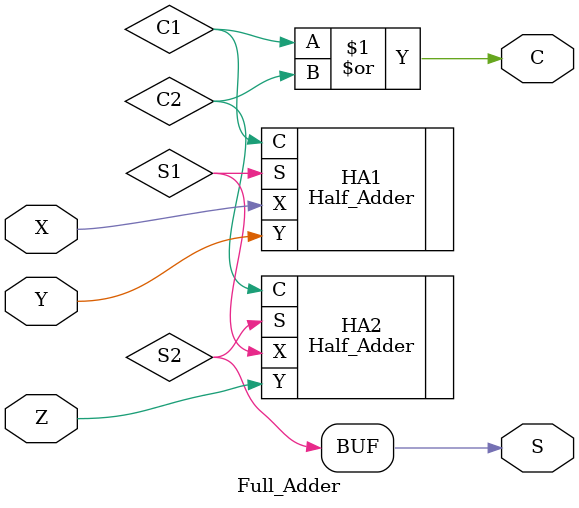
<source format=v>
`include "Half_Adder.v"
module Full_Adder(input X,input Y,input Z,output S,output C);
    wire S1,S2,C1,C2;
    Half_Adder HA1(.X(X),.Y(Y),.S(S1),.C(C1));
    Half_Adder HA2(.X(S1),.Y(Z),.S(S2),.C(C2));
    assign C = C1 | C2;
    assign S = S2;
endmodule
</source>
